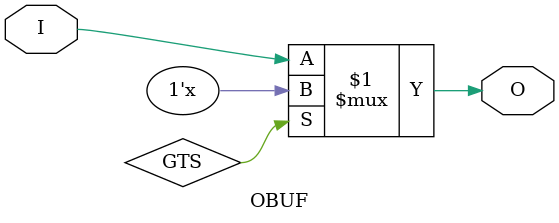
<source format=v>

`timescale  1 ps / 1 ps


`celldefine

module OBUF (O, I);

    parameter CAPACITANCE = "DONT_CARE";
    parameter integer DRIVE = 12;
    parameter IOSTANDARD = "DEFAULT";

`ifdef XIL_TIMING

    parameter LOC = " UNPLACED";

`endif

    parameter SLEW = "SLOW";
   
    output O;

    input  I;

    // tri0 GTS = glbl.GTS;

    bufif0 B1 (O, I, GTS);

    initial begin
	
        case (CAPACITANCE)

            "LOW", "NORMAL", "DONT_CARE" : ;
            default : begin
                          $display("Attribute Syntax Error : The attribute CAPACITANCE on OBUF instance %m is set to %s.  Legal values for this attribute are DONT_CARE, LOW or NORMAL.", CAPACITANCE);
                          #1 $finish;
                      end

        endcase

    end

    
`ifdef XIL_TIMING
    
    specify
        (I => O) = (0:0:0, 0:0:0);
        specparam PATHPULSE$ = 0;
    endspecify

`endif

    
endmodule

`endcelldefine





</source>
